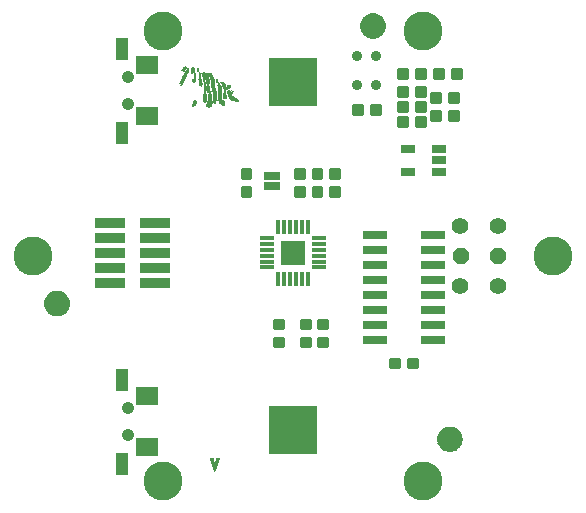
<source format=gts>
G75*
%MOIN*%
%OFA0B0*%
%FSLAX24Y24*%
%IPPOS*%
%LPD*%
%AMOC8*
5,1,8,0,0,1.08239X$1,22.5*
%
%ADD10R,0.0158X0.0512*%
%ADD11R,0.0512X0.0158*%
%ADD12R,0.0512X0.0160*%
%ADD13R,0.0840X0.0840*%
%ADD14C,0.0000*%
%ADD15C,0.0001*%
%ADD16R,0.1024X0.0335*%
%ADD17C,0.0098*%
%ADD18R,0.0512X0.0257*%
%ADD19C,0.0355*%
%ADD20R,0.0740X0.0590*%
%ADD21R,0.0440X0.0740*%
%ADD22C,0.0414*%
%ADD23C,0.1300*%
%ADD24R,0.0820X0.0260*%
%ADD25R,0.1615X0.1615*%
%ADD26R,0.0540X0.0290*%
%ADD27OC8,0.0560*%
%ADD28C,0.0560*%
%ADD29C,0.0050*%
%ADD30R,0.0099X0.0025*%
%ADD31R,0.0150X0.0025*%
%ADD32R,0.0076X0.0025*%
%ADD33R,0.0176X0.0025*%
%ADD34R,0.0101X0.0025*%
%ADD35R,0.0100X0.0025*%
%ADD36R,0.0125X0.0025*%
%ADD37R,0.0151X0.0025*%
%ADD38R,0.0175X0.0025*%
%ADD39R,0.0050X0.0025*%
%ADD40R,0.0201X0.0025*%
%ADD41R,0.0124X0.0025*%
%ADD42R,0.0074X0.0025*%
%ADD43R,0.0226X0.0025*%
%ADD44R,0.0199X0.0025*%
%ADD45R,0.0249X0.0025*%
%ADD46R,0.0275X0.0025*%
%ADD47R,0.0149X0.0025*%
%ADD48R,0.0126X0.0025*%
%ADD49R,0.0075X0.0025*%
%ADD50R,0.0025X0.0025*%
%ADD51R,0.0026X0.0025*%
%ADD52R,0.0049X0.0025*%
%ADD53R,0.0051X0.0025*%
%ADD54R,0.0024X0.0025*%
D10*
X009441Y009413D03*
X009631Y009413D03*
X009831Y009413D03*
X010031Y009413D03*
X010231Y009413D03*
X010421Y009413D03*
X010421Y011145D03*
X010231Y011145D03*
X010031Y011145D03*
X009831Y011145D03*
X009631Y011145D03*
X009441Y011145D03*
D11*
X009065Y010769D03*
X009065Y010579D03*
X009065Y010379D03*
X009065Y010179D03*
X010797Y010179D03*
X010797Y009979D03*
X010797Y009789D03*
X010797Y010379D03*
X010797Y010579D03*
X010797Y010769D03*
D12*
X009065Y009979D03*
X009065Y009789D03*
D13*
X009931Y010279D03*
D14*
X007454Y003424D02*
X007376Y003194D01*
X007328Y003060D01*
X007313Y003016D01*
X007308Y003004D01*
X007307Y003001D01*
X007307Y003000D01*
X007307Y003000D01*
X007307Y003000D01*
X007307Y003000D01*
X007307Y003000D01*
X007307Y003000D01*
X007307Y003000D01*
X007307Y003001D01*
X007305Y003004D01*
X007301Y003016D01*
X007286Y003059D01*
X007239Y003193D01*
X007160Y003424D01*
X007249Y003426D01*
X007254Y003399D01*
X007261Y003366D01*
X007281Y003294D01*
X007299Y003233D01*
X007305Y003214D01*
X007306Y003209D01*
X007307Y003208D01*
X007307Y003207D01*
X007307Y003207D01*
X007307Y003207D01*
X007307Y003207D01*
X007307Y003207D01*
X007307Y003207D01*
X007307Y003207D01*
X007307Y003208D01*
X007307Y003209D01*
X007309Y003214D01*
X007315Y003233D01*
X007333Y003294D01*
X007353Y003366D01*
X007360Y003399D01*
X007365Y003426D01*
X007454Y003424D01*
D15*
X007364Y003424D01*
X007365Y003425D02*
X007427Y003425D01*
X007451Y003417D02*
X007363Y003417D01*
X007363Y003418D02*
X007452Y003418D01*
X007452Y003419D02*
X007364Y003419D01*
X007364Y003420D02*
X007452Y003420D01*
X007453Y003421D02*
X007364Y003421D01*
X007364Y003422D02*
X007453Y003422D01*
X007453Y003423D02*
X007364Y003423D01*
X007363Y003416D02*
X007451Y003416D01*
X007451Y003415D02*
X007363Y003415D01*
X007363Y003414D02*
X007450Y003414D01*
X007450Y003413D02*
X007363Y003413D01*
X007362Y003412D02*
X007450Y003412D01*
X007449Y003411D02*
X007362Y003411D01*
X007362Y003410D02*
X007449Y003410D01*
X007449Y003409D02*
X007362Y003409D01*
X007362Y003408D02*
X007448Y003408D01*
X007448Y003407D02*
X007362Y003407D01*
X007361Y003406D02*
X007448Y003406D01*
X007447Y003405D02*
X007361Y003405D01*
X007361Y003404D02*
X007447Y003404D01*
X007447Y003403D02*
X007361Y003403D01*
X007361Y003402D02*
X007446Y003402D01*
X007446Y003401D02*
X007361Y003401D01*
X007360Y003400D02*
X007446Y003400D01*
X007445Y003399D02*
X007360Y003399D01*
X007360Y003398D02*
X007445Y003398D01*
X007445Y003397D02*
X007360Y003397D01*
X007359Y003396D02*
X007444Y003396D01*
X007444Y003395D02*
X007359Y003395D01*
X007359Y003394D02*
X007444Y003394D01*
X007443Y003393D02*
X007359Y003393D01*
X007359Y003392D02*
X007443Y003392D01*
X007443Y003391D02*
X007358Y003391D01*
X007358Y003390D02*
X007442Y003390D01*
X007442Y003389D02*
X007358Y003389D01*
X007358Y003388D02*
X007442Y003388D01*
X007441Y003387D02*
X007357Y003387D01*
X007357Y003386D02*
X007441Y003386D01*
X007441Y003385D02*
X007357Y003385D01*
X007357Y003384D02*
X007440Y003384D01*
X007440Y003383D02*
X007357Y003383D01*
X007356Y003382D02*
X007440Y003382D01*
X007439Y003381D02*
X007356Y003381D01*
X007356Y003380D02*
X007439Y003380D01*
X007439Y003379D02*
X007356Y003379D01*
X007355Y003378D02*
X007438Y003378D01*
X007438Y003377D02*
X007355Y003377D01*
X007355Y003376D02*
X007438Y003376D01*
X007437Y003375D02*
X007355Y003375D01*
X007354Y003374D02*
X007437Y003374D01*
X007436Y003373D02*
X007354Y003373D01*
X007354Y003372D02*
X007436Y003372D01*
X007436Y003371D02*
X007354Y003371D01*
X007354Y003370D02*
X007435Y003370D01*
X007435Y003369D02*
X007353Y003369D01*
X007353Y003368D02*
X007435Y003368D01*
X007434Y003367D02*
X007353Y003367D01*
X007353Y003366D02*
X007434Y003366D01*
X007434Y003365D02*
X007352Y003365D01*
X007352Y003364D02*
X007433Y003364D01*
X007433Y003363D02*
X007352Y003363D01*
X007352Y003362D02*
X007433Y003362D01*
X007432Y003361D02*
X007351Y003361D01*
X007351Y003360D02*
X007432Y003360D01*
X007432Y003359D02*
X007351Y003359D01*
X007350Y003358D02*
X007431Y003358D01*
X007431Y003357D02*
X007350Y003357D01*
X007350Y003356D02*
X007431Y003356D01*
X007430Y003355D02*
X007350Y003355D01*
X007349Y003354D02*
X007430Y003354D01*
X007430Y003353D02*
X007349Y003353D01*
X007349Y003352D02*
X007429Y003352D01*
X007429Y003351D02*
X007349Y003351D01*
X007348Y003350D02*
X007429Y003350D01*
X007428Y003349D02*
X007348Y003349D01*
X007348Y003348D02*
X007428Y003348D01*
X007428Y003347D02*
X007348Y003347D01*
X007347Y003346D02*
X007427Y003346D01*
X007427Y003345D02*
X007347Y003345D01*
X007347Y003344D02*
X007427Y003344D01*
X007426Y003343D02*
X007346Y003343D01*
X007346Y003342D02*
X007426Y003342D01*
X007426Y003341D02*
X007346Y003341D01*
X007346Y003340D02*
X007425Y003340D01*
X007425Y003339D02*
X007345Y003339D01*
X007345Y003338D02*
X007425Y003338D01*
X007424Y003337D02*
X007345Y003337D01*
X007345Y003336D02*
X007424Y003336D01*
X007424Y003335D02*
X007344Y003335D01*
X007344Y003334D02*
X007423Y003334D01*
X007423Y003333D02*
X007344Y003333D01*
X007343Y003332D02*
X007423Y003332D01*
X007422Y003331D02*
X007343Y003331D01*
X007343Y003330D02*
X007422Y003330D01*
X007422Y003329D02*
X007343Y003329D01*
X007342Y003328D02*
X007421Y003328D01*
X007421Y003327D02*
X007342Y003327D01*
X007342Y003326D02*
X007421Y003326D01*
X007420Y003325D02*
X007342Y003325D01*
X007341Y003324D02*
X007420Y003324D01*
X007419Y003323D02*
X007341Y003323D01*
X007341Y003322D02*
X007419Y003322D01*
X007419Y003321D02*
X007340Y003321D01*
X007340Y003320D02*
X007418Y003320D01*
X007418Y003319D02*
X007340Y003319D01*
X007340Y003318D02*
X007418Y003318D01*
X007417Y003317D02*
X007339Y003317D01*
X007339Y003316D02*
X007417Y003316D01*
X007417Y003315D02*
X007339Y003315D01*
X007339Y003314D02*
X007416Y003314D01*
X007416Y003313D02*
X007338Y003313D01*
X007338Y003312D02*
X007416Y003312D01*
X007415Y003311D02*
X007338Y003311D01*
X007338Y003310D02*
X007415Y003310D01*
X007415Y003309D02*
X007337Y003309D01*
X007337Y003308D02*
X007414Y003308D01*
X007414Y003307D02*
X007337Y003307D01*
X007336Y003306D02*
X007414Y003306D01*
X007413Y003305D02*
X007336Y003305D01*
X007336Y003304D02*
X007413Y003304D01*
X007413Y003303D02*
X007336Y003303D01*
X007335Y003302D02*
X007412Y003302D01*
X007412Y003301D02*
X007335Y003301D01*
X007335Y003300D02*
X007412Y003300D01*
X007411Y003299D02*
X007335Y003299D01*
X007334Y003298D02*
X007411Y003298D01*
X007411Y003297D02*
X007334Y003297D01*
X007334Y003296D02*
X007410Y003296D01*
X007410Y003295D02*
X007333Y003295D01*
X007333Y003294D02*
X007410Y003294D01*
X007409Y003293D02*
X007333Y003293D01*
X007333Y003292D02*
X007409Y003292D01*
X007409Y003291D02*
X007332Y003291D01*
X007332Y003290D02*
X007408Y003290D01*
X007408Y003289D02*
X007332Y003289D01*
X007331Y003288D02*
X007408Y003288D01*
X007407Y003287D02*
X007331Y003287D01*
X007331Y003286D02*
X007407Y003286D01*
X007407Y003285D02*
X007330Y003285D01*
X007330Y003284D02*
X007406Y003284D01*
X007406Y003283D02*
X007330Y003283D01*
X007330Y003282D02*
X007406Y003282D01*
X007405Y003281D02*
X007329Y003281D01*
X007329Y003280D02*
X007405Y003280D01*
X007405Y003279D02*
X007329Y003279D01*
X007328Y003278D02*
X007404Y003278D01*
X007404Y003277D02*
X007328Y003277D01*
X007328Y003276D02*
X007404Y003276D01*
X007403Y003275D02*
X007328Y003275D01*
X007327Y003274D02*
X007403Y003274D01*
X007402Y003273D02*
X007327Y003273D01*
X007327Y003272D02*
X007402Y003272D01*
X007402Y003271D02*
X007326Y003271D01*
X007326Y003270D02*
X007401Y003270D01*
X007401Y003269D02*
X007326Y003269D01*
X007325Y003268D02*
X007401Y003268D01*
X007400Y003267D02*
X007325Y003267D01*
X007325Y003266D02*
X007400Y003266D01*
X007400Y003265D02*
X007325Y003265D01*
X007324Y003264D02*
X007399Y003264D01*
X007399Y003263D02*
X007324Y003263D01*
X007324Y003262D02*
X007399Y003262D01*
X007398Y003261D02*
X007323Y003261D01*
X007323Y003260D02*
X007398Y003260D01*
X007398Y003259D02*
X007323Y003259D01*
X007322Y003258D02*
X007397Y003258D01*
X007397Y003257D02*
X007322Y003257D01*
X007322Y003256D02*
X007397Y003256D01*
X007396Y003255D02*
X007322Y003255D01*
X007321Y003254D02*
X007396Y003254D01*
X007396Y003253D02*
X007321Y003253D01*
X007321Y003252D02*
X007395Y003252D01*
X007395Y003251D02*
X007320Y003251D01*
X007320Y003250D02*
X007395Y003250D01*
X007394Y003249D02*
X007320Y003249D01*
X007319Y003248D02*
X007394Y003248D01*
X007394Y003247D02*
X007319Y003247D01*
X007319Y003246D02*
X007393Y003246D01*
X007393Y003245D02*
X007319Y003245D01*
X007318Y003244D02*
X007393Y003244D01*
X007392Y003243D02*
X007318Y003243D01*
X007318Y003242D02*
X007392Y003242D01*
X007392Y003241D02*
X007317Y003241D01*
X007317Y003240D02*
X007391Y003240D01*
X007391Y003239D02*
X007317Y003239D01*
X007316Y003238D02*
X007391Y003238D01*
X007390Y003237D02*
X007316Y003237D01*
X007316Y003236D02*
X007390Y003236D01*
X007390Y003235D02*
X007316Y003235D01*
X007315Y003234D02*
X007389Y003234D01*
X007389Y003233D02*
X007315Y003233D01*
X007315Y003232D02*
X007389Y003232D01*
X007388Y003231D02*
X007314Y003231D01*
X007314Y003230D02*
X007388Y003230D01*
X007388Y003229D02*
X007314Y003229D01*
X007313Y003228D02*
X007387Y003228D01*
X007387Y003227D02*
X007313Y003227D01*
X007313Y003226D02*
X007387Y003226D01*
X007386Y003225D02*
X007312Y003225D01*
X007312Y003224D02*
X007386Y003224D01*
X007385Y003223D02*
X007312Y003223D01*
X007312Y003222D02*
X007385Y003222D01*
X007385Y003221D02*
X007311Y003221D01*
X007311Y003220D02*
X007384Y003220D01*
X007384Y003219D02*
X007311Y003219D01*
X007310Y003218D02*
X007384Y003218D01*
X007383Y003217D02*
X007310Y003217D01*
X007310Y003216D02*
X007383Y003216D01*
X007383Y003215D02*
X007309Y003215D01*
X007309Y003214D02*
X007382Y003214D01*
X007382Y003213D02*
X007309Y003213D01*
X007308Y003212D02*
X007382Y003212D01*
X007381Y003211D02*
X007308Y003211D01*
X007308Y003210D02*
X007381Y003210D01*
X007381Y003209D02*
X007307Y003209D01*
X007306Y003209D02*
X007233Y003209D01*
X007233Y003208D02*
X007307Y003208D01*
X007380Y003208D01*
X007380Y003207D02*
X007234Y003207D01*
X007234Y003206D02*
X007380Y003206D01*
X007379Y003205D02*
X007234Y003205D01*
X007235Y003204D02*
X007379Y003204D01*
X007379Y003203D02*
X007235Y003203D01*
X007235Y003202D02*
X007378Y003202D01*
X007378Y003201D02*
X007236Y003201D01*
X007236Y003200D02*
X007378Y003200D01*
X007377Y003199D02*
X007236Y003199D01*
X007237Y003198D02*
X007377Y003198D01*
X007377Y003197D02*
X007237Y003197D01*
X007237Y003196D02*
X007376Y003196D01*
X007376Y003195D02*
X007238Y003195D01*
X007238Y003194D02*
X007376Y003194D01*
X007375Y003193D02*
X007238Y003193D01*
X007239Y003192D02*
X007375Y003192D01*
X007375Y003191D02*
X007239Y003191D01*
X007239Y003190D02*
X007374Y003190D01*
X007374Y003189D02*
X007240Y003189D01*
X007240Y003188D02*
X007374Y003188D01*
X007373Y003187D02*
X007241Y003187D01*
X007241Y003186D02*
X007373Y003186D01*
X007372Y003185D02*
X007241Y003185D01*
X007242Y003184D02*
X007372Y003184D01*
X007372Y003183D02*
X007242Y003183D01*
X007242Y003182D02*
X007371Y003182D01*
X007371Y003181D02*
X007243Y003181D01*
X007243Y003180D02*
X007371Y003180D01*
X007370Y003179D02*
X007243Y003179D01*
X007244Y003178D02*
X007370Y003178D01*
X007370Y003177D02*
X007244Y003177D01*
X007244Y003176D02*
X007369Y003176D01*
X007369Y003175D02*
X007245Y003175D01*
X007245Y003174D02*
X007369Y003174D01*
X007368Y003173D02*
X007246Y003173D01*
X007246Y003172D02*
X007368Y003172D01*
X007367Y003171D02*
X007246Y003171D01*
X007247Y003170D02*
X007367Y003170D01*
X007367Y003169D02*
X007247Y003169D01*
X007247Y003168D02*
X007366Y003168D01*
X007366Y003167D02*
X007248Y003167D01*
X007248Y003166D02*
X007366Y003166D01*
X007365Y003165D02*
X007248Y003165D01*
X007249Y003164D02*
X007365Y003164D01*
X007365Y003163D02*
X007249Y003163D01*
X007249Y003162D02*
X007364Y003162D01*
X007364Y003161D02*
X007250Y003161D01*
X007250Y003160D02*
X007364Y003160D01*
X007363Y003159D02*
X007250Y003159D01*
X007251Y003158D02*
X007363Y003158D01*
X007363Y003157D02*
X007251Y003157D01*
X007252Y003156D02*
X007362Y003156D01*
X007362Y003155D02*
X007252Y003155D01*
X007252Y003154D02*
X007361Y003154D01*
X007361Y003153D02*
X007253Y003153D01*
X007253Y003152D02*
X007361Y003152D01*
X007360Y003151D02*
X007253Y003151D01*
X007254Y003150D02*
X007360Y003150D01*
X007360Y003149D02*
X007254Y003149D01*
X007254Y003148D02*
X007359Y003148D01*
X007359Y003147D02*
X007255Y003147D01*
X007255Y003146D02*
X007359Y003146D01*
X007358Y003145D02*
X007255Y003145D01*
X007256Y003144D02*
X007358Y003144D01*
X007358Y003143D02*
X007256Y003143D01*
X007256Y003142D02*
X007357Y003142D01*
X007357Y003141D02*
X007257Y003141D01*
X007257Y003140D02*
X007357Y003140D01*
X007356Y003139D02*
X007258Y003139D01*
X007258Y003138D02*
X007356Y003138D01*
X007355Y003137D02*
X007258Y003137D01*
X007259Y003136D02*
X007355Y003136D01*
X007355Y003135D02*
X007259Y003135D01*
X007259Y003134D02*
X007354Y003134D01*
X007354Y003133D02*
X007260Y003133D01*
X007260Y003132D02*
X007354Y003132D01*
X007353Y003131D02*
X007260Y003131D01*
X007261Y003130D02*
X007353Y003130D01*
X007353Y003129D02*
X007261Y003129D01*
X007261Y003128D02*
X007352Y003128D01*
X007352Y003127D02*
X007262Y003127D01*
X007262Y003126D02*
X007352Y003126D01*
X007351Y003125D02*
X007263Y003125D01*
X007263Y003124D02*
X007351Y003124D01*
X007351Y003123D02*
X007263Y003123D01*
X007264Y003122D02*
X007350Y003122D01*
X007350Y003121D02*
X007264Y003121D01*
X007264Y003120D02*
X007349Y003120D01*
X007349Y003119D02*
X007265Y003119D01*
X007265Y003118D02*
X007349Y003118D01*
X007348Y003117D02*
X007265Y003117D01*
X007266Y003116D02*
X007348Y003116D01*
X007348Y003115D02*
X007266Y003115D01*
X007266Y003114D02*
X007347Y003114D01*
X007347Y003113D02*
X007267Y003113D01*
X007267Y003112D02*
X007347Y003112D01*
X007346Y003111D02*
X007267Y003111D01*
X007268Y003110D02*
X007346Y003110D01*
X007346Y003109D02*
X007268Y003109D01*
X007269Y003108D02*
X007345Y003108D01*
X007345Y003107D02*
X007269Y003107D01*
X007269Y003106D02*
X007345Y003106D01*
X007344Y003105D02*
X007270Y003105D01*
X007270Y003104D02*
X007344Y003104D01*
X007343Y003103D02*
X007270Y003103D01*
X007271Y003102D02*
X007343Y003102D01*
X007343Y003101D02*
X007271Y003101D01*
X007271Y003100D02*
X007342Y003100D01*
X007342Y003099D02*
X007272Y003099D01*
X007272Y003098D02*
X007342Y003098D01*
X007341Y003097D02*
X007272Y003097D01*
X007273Y003096D02*
X007341Y003096D01*
X007341Y003095D02*
X007273Y003095D01*
X007273Y003094D02*
X007340Y003094D01*
X007340Y003093D02*
X007274Y003093D01*
X007274Y003092D02*
X007340Y003092D01*
X007339Y003091D02*
X007275Y003091D01*
X007275Y003090D02*
X007339Y003090D01*
X007339Y003089D02*
X007275Y003089D01*
X007276Y003088D02*
X007338Y003088D01*
X007338Y003087D02*
X007276Y003087D01*
X007276Y003086D02*
X007337Y003086D01*
X007337Y003085D02*
X007277Y003085D01*
X007277Y003084D02*
X007337Y003084D01*
X007336Y003083D02*
X007277Y003083D01*
X007278Y003082D02*
X007336Y003082D01*
X007336Y003081D02*
X007278Y003081D01*
X007278Y003080D02*
X007335Y003080D01*
X007335Y003079D02*
X007279Y003079D01*
X007279Y003078D02*
X007335Y003078D01*
X007334Y003077D02*
X007279Y003077D01*
X007280Y003076D02*
X007334Y003076D01*
X007334Y003075D02*
X007280Y003075D01*
X007281Y003074D02*
X007333Y003074D01*
X007333Y003073D02*
X007281Y003073D01*
X007281Y003072D02*
X007333Y003072D01*
X007332Y003071D02*
X007282Y003071D01*
X007282Y003070D02*
X007332Y003070D01*
X007331Y003069D02*
X007282Y003069D01*
X007283Y003068D02*
X007331Y003068D01*
X007331Y003067D02*
X007283Y003067D01*
X007283Y003066D02*
X007330Y003066D01*
X007330Y003065D02*
X007284Y003065D01*
X007284Y003064D02*
X007330Y003064D01*
X007329Y003063D02*
X007284Y003063D01*
X007285Y003062D02*
X007329Y003062D01*
X007329Y003061D02*
X007285Y003061D01*
X007286Y003060D02*
X007328Y003060D01*
X007328Y003059D02*
X007286Y003059D01*
X007286Y003058D02*
X007328Y003058D01*
X007327Y003057D02*
X007287Y003057D01*
X007287Y003056D02*
X007327Y003056D01*
X007326Y003055D02*
X007287Y003055D01*
X007288Y003054D02*
X007326Y003054D01*
X007326Y003053D02*
X007288Y003053D01*
X007288Y003052D02*
X007325Y003052D01*
X007325Y003051D02*
X007289Y003051D01*
X007289Y003050D02*
X007325Y003050D01*
X007324Y003049D02*
X007289Y003049D01*
X007290Y003048D02*
X007324Y003048D01*
X007324Y003047D02*
X007290Y003047D01*
X007290Y003046D02*
X007323Y003046D01*
X007323Y003045D02*
X007291Y003045D01*
X007291Y003044D02*
X007323Y003044D01*
X007322Y003043D02*
X007292Y003043D01*
X007292Y003042D02*
X007322Y003042D01*
X007322Y003041D02*
X007292Y003041D01*
X007293Y003040D02*
X007321Y003040D01*
X007321Y003039D02*
X007293Y003039D01*
X007293Y003038D02*
X007320Y003038D01*
X007320Y003037D02*
X007294Y003037D01*
X007294Y003036D02*
X007320Y003036D01*
X007319Y003035D02*
X007294Y003035D01*
X007295Y003034D02*
X007319Y003034D01*
X007319Y003033D02*
X007295Y003033D01*
X007295Y003032D02*
X007318Y003032D01*
X007318Y003031D02*
X007296Y003031D01*
X007296Y003030D02*
X007318Y003030D01*
X007317Y003029D02*
X007297Y003029D01*
X007297Y003028D02*
X007317Y003028D01*
X007317Y003027D02*
X007297Y003027D01*
X007298Y003026D02*
X007316Y003026D01*
X007316Y003025D02*
X007298Y003025D01*
X007298Y003024D02*
X007315Y003024D01*
X007315Y003023D02*
X007299Y003023D01*
X007299Y003022D02*
X007315Y003022D01*
X007314Y003021D02*
X007299Y003021D01*
X007300Y003020D02*
X007314Y003020D01*
X007314Y003019D02*
X007300Y003019D01*
X007300Y003018D02*
X007313Y003018D01*
X007313Y003017D02*
X007301Y003017D01*
X007301Y003016D02*
X007313Y003016D01*
X007312Y003015D02*
X007302Y003015D01*
X007302Y003014D02*
X007312Y003014D01*
X007312Y003013D02*
X007302Y003013D01*
X007303Y003012D02*
X007311Y003012D01*
X007311Y003011D02*
X007303Y003011D01*
X007303Y003010D02*
X007310Y003010D01*
X007310Y003009D02*
X007304Y003009D01*
X007304Y003008D02*
X007310Y003008D01*
X007309Y003007D02*
X007304Y003007D01*
X007305Y003006D02*
X007309Y003006D01*
X007309Y003005D02*
X007305Y003005D01*
X007305Y003004D02*
X007308Y003004D01*
X007308Y003003D02*
X007306Y003003D01*
X007306Y003002D02*
X007308Y003002D01*
X007307Y003001D02*
X007307Y003001D01*
X007307Y003000D02*
X007307Y003000D01*
X007306Y003210D02*
X007233Y003210D01*
X007232Y003211D02*
X007306Y003211D01*
X007305Y003212D02*
X007232Y003212D01*
X007232Y003213D02*
X007305Y003213D01*
X007305Y003214D02*
X007231Y003214D01*
X007231Y003215D02*
X007304Y003215D01*
X007304Y003216D02*
X007231Y003216D01*
X007230Y003217D02*
X007304Y003217D01*
X007304Y003218D02*
X007230Y003218D01*
X007230Y003219D02*
X007303Y003219D01*
X007303Y003220D02*
X007229Y003220D01*
X007229Y003221D02*
X007303Y003221D01*
X007302Y003222D02*
X007229Y003222D01*
X007228Y003223D02*
X007302Y003223D01*
X007302Y003224D02*
X007228Y003224D01*
X007228Y003225D02*
X007301Y003225D01*
X007301Y003226D02*
X007227Y003226D01*
X007227Y003227D02*
X007301Y003227D01*
X007300Y003228D02*
X007227Y003228D01*
X007226Y003229D02*
X007300Y003229D01*
X007300Y003230D02*
X007226Y003230D01*
X007226Y003231D02*
X007299Y003231D01*
X007299Y003232D02*
X007225Y003232D01*
X007225Y003233D02*
X007299Y003233D01*
X007299Y003234D02*
X007225Y003234D01*
X007224Y003235D02*
X007298Y003235D01*
X007298Y003236D02*
X007224Y003236D01*
X007223Y003237D02*
X007298Y003237D01*
X007297Y003238D02*
X007223Y003238D01*
X007223Y003239D02*
X007297Y003239D01*
X007297Y003240D02*
X007222Y003240D01*
X007222Y003241D02*
X007296Y003241D01*
X007296Y003242D02*
X007222Y003242D01*
X007221Y003243D02*
X007296Y003243D01*
X007296Y003244D02*
X007221Y003244D01*
X007221Y003245D02*
X007295Y003245D01*
X007295Y003246D02*
X007220Y003246D01*
X007220Y003247D02*
X007295Y003247D01*
X007294Y003248D02*
X007220Y003248D01*
X007219Y003249D02*
X007294Y003249D01*
X007294Y003250D02*
X007219Y003250D01*
X007219Y003251D02*
X007293Y003251D01*
X007293Y003252D02*
X007218Y003252D01*
X007218Y003253D02*
X007293Y003253D01*
X007293Y003254D02*
X007218Y003254D01*
X007217Y003255D02*
X007292Y003255D01*
X007292Y003256D02*
X007217Y003256D01*
X007217Y003257D02*
X007292Y003257D01*
X007291Y003258D02*
X007216Y003258D01*
X007216Y003259D02*
X007291Y003259D01*
X007291Y003260D02*
X007216Y003260D01*
X007215Y003261D02*
X007290Y003261D01*
X007290Y003262D02*
X007215Y003262D01*
X007215Y003263D02*
X007290Y003263D01*
X007290Y003264D02*
X007214Y003264D01*
X007214Y003265D02*
X007289Y003265D01*
X007289Y003266D02*
X007214Y003266D01*
X007213Y003267D02*
X007289Y003267D01*
X007288Y003268D02*
X007213Y003268D01*
X007213Y003269D02*
X007288Y003269D01*
X007288Y003270D02*
X007212Y003270D01*
X007212Y003271D02*
X007288Y003271D01*
X007287Y003272D02*
X007212Y003272D01*
X007211Y003273D02*
X007287Y003273D01*
X007287Y003274D02*
X007211Y003274D01*
X007211Y003275D02*
X007286Y003275D01*
X007286Y003276D02*
X007210Y003276D01*
X007210Y003277D02*
X007286Y003277D01*
X007285Y003278D02*
X007210Y003278D01*
X007209Y003279D02*
X007285Y003279D01*
X007285Y003280D02*
X007209Y003280D01*
X007209Y003281D02*
X007285Y003281D01*
X007284Y003282D02*
X007208Y003282D01*
X007208Y003283D02*
X007284Y003283D01*
X007284Y003284D02*
X007208Y003284D01*
X007207Y003285D02*
X007283Y003285D01*
X007283Y003286D02*
X007207Y003286D01*
X007207Y003287D02*
X007283Y003287D01*
X007282Y003288D02*
X007206Y003288D01*
X007206Y003289D02*
X007282Y003289D01*
X007282Y003290D02*
X007205Y003290D01*
X007205Y003291D02*
X007282Y003291D01*
X007281Y003292D02*
X007205Y003292D01*
X007204Y003293D02*
X007281Y003293D01*
X007281Y003294D02*
X007204Y003294D01*
X007204Y003295D02*
X007280Y003295D01*
X007280Y003296D02*
X007203Y003296D01*
X007203Y003297D02*
X007280Y003297D01*
X007280Y003298D02*
X007203Y003298D01*
X007202Y003299D02*
X007279Y003299D01*
X007279Y003300D02*
X007202Y003300D01*
X007202Y003301D02*
X007279Y003301D01*
X007278Y003302D02*
X007201Y003302D01*
X007201Y003303D02*
X007278Y003303D01*
X007278Y003304D02*
X007201Y003304D01*
X007200Y003305D02*
X007278Y003305D01*
X007277Y003306D02*
X007200Y003306D01*
X007200Y003307D02*
X007277Y003307D01*
X007277Y003308D02*
X007199Y003308D01*
X007199Y003309D02*
X007277Y003309D01*
X007276Y003310D02*
X007199Y003310D01*
X007198Y003311D02*
X007276Y003311D01*
X007276Y003312D02*
X007198Y003312D01*
X007198Y003313D02*
X007275Y003313D01*
X007275Y003314D02*
X007197Y003314D01*
X007197Y003315D02*
X007275Y003315D01*
X007275Y003316D02*
X007197Y003316D01*
X007196Y003317D02*
X007274Y003317D01*
X007274Y003318D02*
X007196Y003318D01*
X007196Y003319D02*
X007274Y003319D01*
X007274Y003320D02*
X007195Y003320D01*
X007195Y003321D02*
X007273Y003321D01*
X007273Y003322D02*
X007195Y003322D01*
X007194Y003323D02*
X007273Y003323D01*
X007273Y003324D02*
X007194Y003324D01*
X007194Y003325D02*
X007272Y003325D01*
X007272Y003326D02*
X007193Y003326D01*
X007193Y003327D02*
X007272Y003327D01*
X007271Y003328D02*
X007193Y003328D01*
X007192Y003329D02*
X007271Y003329D01*
X007271Y003330D02*
X007192Y003330D01*
X007192Y003331D02*
X007271Y003331D01*
X007270Y003332D02*
X007191Y003332D01*
X007191Y003333D02*
X007270Y003333D01*
X007270Y003334D02*
X007191Y003334D01*
X007190Y003335D02*
X007270Y003335D01*
X007269Y003336D02*
X007190Y003336D01*
X007190Y003337D02*
X007269Y003337D01*
X007269Y003338D02*
X007189Y003338D01*
X007189Y003339D02*
X007268Y003339D01*
X007268Y003340D02*
X007189Y003340D01*
X007188Y003341D02*
X007268Y003341D01*
X007268Y003342D02*
X007188Y003342D01*
X007187Y003343D02*
X007267Y003343D01*
X007267Y003344D02*
X007187Y003344D01*
X007187Y003345D02*
X007267Y003345D01*
X007267Y003346D02*
X007186Y003346D01*
X007186Y003347D02*
X007266Y003347D01*
X007266Y003348D02*
X007186Y003348D01*
X007185Y003349D02*
X007266Y003349D01*
X007265Y003350D02*
X007185Y003350D01*
X007185Y003351D02*
X007265Y003351D01*
X007265Y003352D02*
X007184Y003352D01*
X007184Y003353D02*
X007265Y003353D01*
X007264Y003354D02*
X007184Y003354D01*
X007183Y003355D02*
X007264Y003355D01*
X007264Y003356D02*
X007183Y003356D01*
X007183Y003357D02*
X007264Y003357D01*
X007263Y003358D02*
X007182Y003358D01*
X007182Y003359D02*
X007263Y003359D01*
X007263Y003360D02*
X007182Y003360D01*
X007181Y003361D02*
X007263Y003361D01*
X007262Y003362D02*
X007181Y003362D01*
X007181Y003363D02*
X007262Y003363D01*
X007262Y003364D02*
X007180Y003364D01*
X007180Y003365D02*
X007261Y003365D01*
X007261Y003366D02*
X007180Y003366D01*
X007179Y003367D02*
X007261Y003367D01*
X007261Y003368D02*
X007179Y003368D01*
X007179Y003369D02*
X007260Y003369D01*
X007260Y003370D02*
X007178Y003370D01*
X007178Y003371D02*
X007260Y003371D01*
X007260Y003372D02*
X007178Y003372D01*
X007177Y003373D02*
X007260Y003373D01*
X007259Y003374D02*
X007177Y003374D01*
X007177Y003375D02*
X007259Y003375D01*
X007259Y003376D02*
X007176Y003376D01*
X007176Y003377D02*
X007259Y003377D01*
X007258Y003378D02*
X007176Y003378D01*
X007175Y003379D02*
X007258Y003379D01*
X007258Y003380D02*
X007175Y003380D01*
X007175Y003381D02*
X007258Y003381D01*
X007258Y003382D02*
X007174Y003382D01*
X007174Y003383D02*
X007257Y003383D01*
X007257Y003384D02*
X007174Y003384D01*
X007173Y003385D02*
X007257Y003385D01*
X007257Y003386D02*
X007173Y003386D01*
X007173Y003387D02*
X007256Y003387D01*
X007256Y003388D02*
X007172Y003388D01*
X007172Y003389D02*
X007256Y003389D01*
X007256Y003390D02*
X007172Y003390D01*
X007171Y003391D02*
X007255Y003391D01*
X007255Y003392D02*
X007171Y003392D01*
X007170Y003393D02*
X007255Y003393D01*
X007255Y003394D02*
X007170Y003394D01*
X007170Y003395D02*
X007255Y003395D01*
X007254Y003396D02*
X007169Y003396D01*
X007169Y003397D02*
X007254Y003397D01*
X007254Y003398D02*
X007169Y003398D01*
X007168Y003399D02*
X007254Y003399D01*
X007253Y003400D02*
X007168Y003400D01*
X007168Y003401D02*
X007253Y003401D01*
X007253Y003402D02*
X007167Y003402D01*
X007167Y003403D02*
X007253Y003403D01*
X007253Y003404D02*
X007167Y003404D01*
X007166Y003405D02*
X007253Y003405D01*
X007252Y003406D02*
X007166Y003406D01*
X007166Y003407D02*
X007252Y003407D01*
X007252Y003408D02*
X007165Y003408D01*
X007165Y003409D02*
X007252Y003409D01*
X007252Y003410D02*
X007165Y003410D01*
X007164Y003411D02*
X007252Y003411D01*
X007251Y003412D02*
X007164Y003412D01*
X007164Y003413D02*
X007251Y003413D01*
X007251Y003414D02*
X007163Y003414D01*
X007163Y003415D02*
X007251Y003415D01*
X007251Y003416D02*
X007163Y003416D01*
X007162Y003417D02*
X007251Y003417D01*
X007250Y003418D02*
X007162Y003418D01*
X007162Y003419D02*
X007250Y003419D01*
X007250Y003420D02*
X007161Y003420D01*
X007161Y003421D02*
X007250Y003421D01*
X007250Y003422D02*
X007161Y003422D01*
X007160Y003423D02*
X007250Y003423D01*
X007249Y003424D02*
X007160Y003424D01*
X007187Y003425D02*
X007249Y003425D01*
D16*
X005317Y009261D03*
X005317Y009761D03*
X005317Y010261D03*
X005317Y010761D03*
X005317Y011261D03*
X003817Y011261D03*
X003817Y010761D03*
X003817Y010261D03*
X003817Y009761D03*
X003817Y009261D03*
D17*
X008222Y012177D02*
X008222Y012469D01*
X008514Y012469D01*
X008514Y012177D01*
X008222Y012177D01*
X008222Y012274D02*
X008514Y012274D01*
X008514Y012371D02*
X008222Y012371D01*
X008222Y012468D02*
X008514Y012468D01*
X008222Y012777D02*
X008222Y013069D01*
X008514Y013069D01*
X008514Y012777D01*
X008222Y012777D01*
X008222Y012874D02*
X008514Y012874D01*
X008514Y012971D02*
X008222Y012971D01*
X008222Y013068D02*
X008514Y013068D01*
X009993Y013069D02*
X009993Y012777D01*
X009993Y013069D02*
X010285Y013069D01*
X010285Y012777D01*
X009993Y012777D01*
X009993Y012874D02*
X010285Y012874D01*
X010285Y012971D02*
X009993Y012971D01*
X009993Y013068D02*
X010285Y013068D01*
X010584Y013069D02*
X010584Y012777D01*
X010584Y013069D02*
X010876Y013069D01*
X010876Y012777D01*
X010584Y012777D01*
X010584Y012874D02*
X010876Y012874D01*
X010876Y012971D02*
X010584Y012971D01*
X010584Y013068D02*
X010876Y013068D01*
X011174Y013069D02*
X011174Y012777D01*
X011174Y013069D02*
X011466Y013069D01*
X011466Y012777D01*
X011174Y012777D01*
X011174Y012874D02*
X011466Y012874D01*
X011466Y012971D02*
X011174Y012971D01*
X011174Y013068D02*
X011466Y013068D01*
X011174Y012469D02*
X011174Y012177D01*
X011174Y012469D02*
X011466Y012469D01*
X011466Y012177D01*
X011174Y012177D01*
X011174Y012274D02*
X011466Y012274D01*
X011466Y012371D02*
X011174Y012371D01*
X011174Y012468D02*
X011466Y012468D01*
X010584Y012469D02*
X010584Y012177D01*
X010584Y012469D02*
X010876Y012469D01*
X010876Y012177D01*
X010584Y012177D01*
X010584Y012274D02*
X010876Y012274D01*
X010876Y012371D02*
X010584Y012371D01*
X010584Y012468D02*
X010876Y012468D01*
X009993Y012469D02*
X009993Y012177D01*
X009993Y012469D02*
X010285Y012469D01*
X010285Y012177D01*
X009993Y012177D01*
X009993Y012274D02*
X010285Y012274D01*
X010285Y012371D02*
X009993Y012371D01*
X009993Y012468D02*
X010285Y012468D01*
X011937Y015195D02*
X012229Y015195D01*
X012229Y014903D01*
X011937Y014903D01*
X011937Y015195D01*
X011937Y015000D02*
X012229Y015000D01*
X012229Y015097D02*
X011937Y015097D01*
X011937Y015194D02*
X012229Y015194D01*
X012537Y015195D02*
X012829Y015195D01*
X012829Y014903D01*
X012537Y014903D01*
X012537Y015195D01*
X012537Y015000D02*
X012829Y015000D01*
X012829Y015097D02*
X012537Y015097D01*
X012537Y015194D02*
X012829Y015194D01*
X013437Y015003D02*
X013729Y015003D01*
X013437Y015003D02*
X013437Y015295D01*
X013729Y015295D01*
X013729Y015003D01*
X013729Y015100D02*
X013437Y015100D01*
X013437Y015197D02*
X013729Y015197D01*
X013729Y015294D02*
X013437Y015294D01*
X013437Y015795D02*
X013729Y015795D01*
X013729Y015503D01*
X013437Y015503D01*
X013437Y015795D01*
X013437Y015600D02*
X013729Y015600D01*
X013729Y015697D02*
X013437Y015697D01*
X013437Y015794D02*
X013729Y015794D01*
X014037Y015795D02*
X014329Y015795D01*
X014329Y015503D01*
X014037Y015503D01*
X014037Y015795D01*
X014037Y015600D02*
X014329Y015600D01*
X014329Y015697D02*
X014037Y015697D01*
X014037Y015794D02*
X014329Y015794D01*
X014329Y016103D02*
X014037Y016103D01*
X014037Y016395D01*
X014329Y016395D01*
X014329Y016103D01*
X014329Y016200D02*
X014037Y016200D01*
X014037Y016297D02*
X014329Y016297D01*
X014329Y016394D02*
X014037Y016394D01*
X013729Y016103D02*
X013437Y016103D01*
X013437Y016395D01*
X013729Y016395D01*
X013729Y016103D01*
X013729Y016200D02*
X013437Y016200D01*
X013437Y016297D02*
X013729Y016297D01*
X013729Y016394D02*
X013437Y016394D01*
X014537Y015303D02*
X014829Y015303D01*
X014537Y015303D02*
X014537Y015595D01*
X014829Y015595D01*
X014829Y015303D01*
X014829Y015400D02*
X014537Y015400D01*
X014537Y015497D02*
X014829Y015497D01*
X014829Y015594D02*
X014537Y015594D01*
X014329Y015003D02*
X014037Y015003D01*
X014037Y015295D01*
X014329Y015295D01*
X014329Y015003D01*
X014329Y015100D02*
X014037Y015100D01*
X014037Y015197D02*
X014329Y015197D01*
X014329Y015294D02*
X014037Y015294D01*
X014037Y014795D02*
X014329Y014795D01*
X014329Y014503D01*
X014037Y014503D01*
X014037Y014795D01*
X014037Y014600D02*
X014329Y014600D01*
X014329Y014697D02*
X014037Y014697D01*
X014037Y014794D02*
X014329Y014794D01*
X014537Y014995D02*
X014829Y014995D01*
X014829Y014703D01*
X014537Y014703D01*
X014537Y014995D01*
X014537Y014800D02*
X014829Y014800D01*
X014829Y014897D02*
X014537Y014897D01*
X014537Y014994D02*
X014829Y014994D01*
X015137Y014995D02*
X015429Y014995D01*
X015429Y014703D01*
X015137Y014703D01*
X015137Y014995D01*
X015137Y014800D02*
X015429Y014800D01*
X015429Y014897D02*
X015137Y014897D01*
X015137Y014994D02*
X015429Y014994D01*
X015429Y015303D02*
X015137Y015303D01*
X015137Y015595D01*
X015429Y015595D01*
X015429Y015303D01*
X015429Y015400D02*
X015137Y015400D01*
X015137Y015497D02*
X015429Y015497D01*
X015429Y015594D02*
X015137Y015594D01*
X015237Y016395D02*
X015529Y016395D01*
X015529Y016103D01*
X015237Y016103D01*
X015237Y016395D01*
X015237Y016200D02*
X015529Y016200D01*
X015529Y016297D02*
X015237Y016297D01*
X015237Y016394D02*
X015529Y016394D01*
X014929Y016395D02*
X014637Y016395D01*
X014929Y016395D02*
X014929Y016103D01*
X014637Y016103D01*
X014637Y016395D01*
X014637Y016200D02*
X014929Y016200D01*
X014929Y016297D02*
X014637Y016297D01*
X014637Y016394D02*
X014929Y016394D01*
X013729Y014795D02*
X013437Y014795D01*
X013729Y014795D02*
X013729Y014503D01*
X013437Y014503D01*
X013437Y014795D01*
X013437Y014600D02*
X013729Y014600D01*
X013729Y014697D02*
X013437Y014697D01*
X013437Y014794D02*
X013729Y014794D01*
X011073Y008049D02*
X011073Y007757D01*
X010781Y007757D01*
X010781Y008049D01*
X011073Y008049D01*
X011073Y007854D02*
X010781Y007854D01*
X010781Y007951D02*
X011073Y007951D01*
X011073Y008048D02*
X010781Y008048D01*
X010482Y008049D02*
X010482Y007757D01*
X010190Y007757D01*
X010190Y008049D01*
X010482Y008049D01*
X010482Y007854D02*
X010190Y007854D01*
X010190Y007951D02*
X010482Y007951D01*
X010482Y008048D02*
X010190Y008048D01*
X010482Y007449D02*
X010482Y007157D01*
X010190Y007157D01*
X010190Y007449D01*
X010482Y007449D01*
X010482Y007254D02*
X010190Y007254D01*
X010190Y007351D02*
X010482Y007351D01*
X010482Y007448D02*
X010190Y007448D01*
X011073Y007449D02*
X011073Y007157D01*
X010781Y007157D01*
X010781Y007449D01*
X011073Y007449D01*
X011073Y007254D02*
X010781Y007254D01*
X010781Y007351D02*
X011073Y007351D01*
X011073Y007448D02*
X010781Y007448D01*
X009596Y007449D02*
X009596Y007157D01*
X009304Y007157D01*
X009304Y007449D01*
X009596Y007449D01*
X009596Y007254D02*
X009304Y007254D01*
X009304Y007351D02*
X009596Y007351D01*
X009596Y007448D02*
X009304Y007448D01*
X009596Y007757D02*
X009596Y008049D01*
X009596Y007757D02*
X009304Y007757D01*
X009304Y008049D01*
X009596Y008049D01*
X009596Y007854D02*
X009304Y007854D01*
X009304Y007951D02*
X009596Y007951D01*
X009596Y008048D02*
X009304Y008048D01*
X013170Y006456D02*
X013462Y006456D01*
X013170Y006456D02*
X013170Y006748D01*
X013462Y006748D01*
X013462Y006456D01*
X013462Y006553D02*
X013170Y006553D01*
X013170Y006650D02*
X013462Y006650D01*
X013462Y006747D02*
X013170Y006747D01*
X013770Y006456D02*
X014062Y006456D01*
X013770Y006456D02*
X013770Y006748D01*
X014062Y006748D01*
X014062Y006456D01*
X014062Y006553D02*
X013770Y006553D01*
X013770Y006650D02*
X014062Y006650D01*
X014062Y006747D02*
X013770Y006747D01*
D18*
X013761Y012981D03*
X013761Y013729D03*
X014785Y013729D03*
X014785Y013355D03*
X014785Y012981D03*
D19*
X012707Y015865D03*
X012058Y015865D03*
X012058Y016833D03*
X012707Y016833D03*
D20*
X005081Y016524D03*
X005081Y014824D03*
X005081Y005500D03*
X005081Y003800D03*
D21*
X004231Y003250D03*
X004231Y006050D03*
X004231Y014274D03*
X004231Y017074D03*
D22*
X004431Y016127D03*
X004431Y015221D03*
X004431Y005103D03*
X004431Y004198D03*
D23*
X005612Y002662D03*
X001281Y010162D03*
X005612Y017662D03*
X014273Y017662D03*
X018604Y010162D03*
X014273Y002662D03*
D24*
X014605Y007381D03*
X014605Y007881D03*
X014605Y008381D03*
X014605Y008881D03*
X014605Y009381D03*
X014605Y009881D03*
X014605Y010381D03*
X014605Y010881D03*
X012665Y010881D03*
X012665Y010381D03*
X012665Y009881D03*
X012665Y009381D03*
X012665Y008881D03*
X012665Y008381D03*
X012665Y007881D03*
X012665Y007381D03*
D25*
X009943Y004355D03*
X009943Y015969D03*
D26*
X009238Y012824D03*
X009238Y012500D03*
D27*
X015543Y010162D03*
X016773Y010162D03*
D28*
X016773Y009162D03*
X015513Y009162D03*
X015513Y011162D03*
X016773Y011162D03*
D29*
X012797Y017498D02*
X012735Y017469D01*
X012668Y017452D01*
X012600Y017446D01*
X012532Y017452D01*
X012465Y017469D01*
X012403Y017498D01*
X012347Y017538D01*
X012298Y017586D01*
X012259Y017642D01*
X012230Y017705D01*
X012212Y017771D01*
X012206Y017839D01*
X012212Y017908D01*
X012230Y017974D01*
X012259Y018036D01*
X012298Y018092D01*
X012347Y018141D01*
X012403Y018180D01*
X012465Y018209D01*
X012532Y018227D01*
X012600Y018233D01*
X012668Y018227D01*
X012735Y018209D01*
X012797Y018180D01*
X012853Y018141D01*
X012902Y018092D01*
X012941Y018036D01*
X012970Y017974D01*
X012988Y017908D01*
X012994Y017839D01*
X012988Y017771D01*
X012970Y017705D01*
X012941Y017642D01*
X012902Y017586D01*
X012853Y017538D01*
X012797Y017498D01*
X012770Y017486D02*
X012430Y017486D01*
X012352Y017534D02*
X012848Y017534D01*
X012898Y017583D02*
X012302Y017583D01*
X012267Y017631D02*
X012933Y017631D01*
X012958Y017680D02*
X012242Y017680D01*
X012224Y017728D02*
X012976Y017728D01*
X012988Y017777D02*
X012212Y017777D01*
X012208Y017825D02*
X012992Y017825D01*
X012991Y017874D02*
X012209Y017874D01*
X012216Y017922D02*
X012984Y017922D01*
X012971Y017971D02*
X012229Y017971D01*
X012251Y018019D02*
X012949Y018019D01*
X012919Y018068D02*
X012281Y018068D01*
X012322Y018116D02*
X012878Y018116D01*
X012819Y018165D02*
X012381Y018165D01*
X012480Y018213D02*
X012720Y018213D01*
X002370Y008840D02*
X002409Y008784D01*
X002438Y008722D01*
X002456Y008656D01*
X002462Y008587D01*
X002456Y008519D01*
X002438Y008453D01*
X002409Y008391D01*
X002370Y008334D01*
X002322Y008286D01*
X002265Y008246D01*
X002203Y008217D01*
X002137Y008200D01*
X002069Y008194D01*
X002000Y008200D01*
X001934Y008217D01*
X001872Y008246D01*
X001815Y008286D01*
X001767Y008334D01*
X001728Y008391D01*
X001699Y008453D01*
X001681Y008519D01*
X001675Y008587D01*
X001681Y008656D01*
X001699Y008722D01*
X001728Y008784D01*
X001767Y008840D01*
X001815Y008889D01*
X001872Y008928D01*
X001934Y008957D01*
X002000Y008975D01*
X002069Y008981D01*
X002137Y008975D01*
X002203Y008957D01*
X002265Y008928D01*
X002322Y008889D01*
X002370Y008840D01*
X002358Y008853D02*
X001779Y008853D01*
X001742Y008804D02*
X002395Y008804D01*
X002423Y008756D02*
X001714Y008756D01*
X001695Y008707D02*
X002442Y008707D01*
X002455Y008659D02*
X001682Y008659D01*
X001677Y008610D02*
X002460Y008610D01*
X002460Y008562D02*
X001677Y008562D01*
X001682Y008513D02*
X002455Y008513D01*
X002442Y008465D02*
X001695Y008465D01*
X001716Y008416D02*
X002421Y008416D01*
X002393Y008368D02*
X001744Y008368D01*
X001782Y008319D02*
X002355Y008319D01*
X002300Y008271D02*
X001837Y008271D01*
X001924Y008222D02*
X002213Y008222D01*
X002304Y008901D02*
X001833Y008901D01*
X001917Y008950D02*
X002220Y008950D01*
X014789Y004194D02*
X014771Y004128D01*
X014765Y004060D01*
X014771Y003991D01*
X014789Y003925D01*
X014818Y003863D01*
X014857Y003807D01*
X014906Y003758D01*
X014962Y003719D01*
X015024Y003690D01*
X015091Y003672D01*
X015159Y003666D01*
X015227Y003672D01*
X015294Y003690D01*
X015356Y003719D01*
X015412Y003758D01*
X015461Y003807D01*
X015500Y003863D01*
X015529Y003925D01*
X015547Y003991D01*
X015553Y004060D01*
X015547Y004128D01*
X015529Y004194D01*
X015500Y004257D01*
X015461Y004313D01*
X015412Y004361D01*
X015356Y004401D01*
X015294Y004430D01*
X015227Y004448D01*
X015159Y004453D01*
X015091Y004448D01*
X015024Y004430D01*
X014962Y004401D01*
X014906Y004361D01*
X014857Y004313D01*
X014818Y004257D01*
X014789Y004194D01*
X014790Y004197D02*
X015528Y004197D01*
X015541Y004148D02*
X014777Y004148D01*
X014769Y004100D02*
X015549Y004100D01*
X015552Y004051D02*
X014766Y004051D01*
X014770Y004003D02*
X015548Y004003D01*
X015537Y003954D02*
X014781Y003954D01*
X014798Y003906D02*
X015520Y003906D01*
X015496Y003857D02*
X014822Y003857D01*
X014856Y003809D02*
X015462Y003809D01*
X015414Y003760D02*
X014904Y003760D01*
X014978Y003712D02*
X015340Y003712D01*
X015505Y004245D02*
X014813Y004245D01*
X014844Y004294D02*
X015474Y004294D01*
X015431Y004342D02*
X014887Y004342D01*
X014948Y004391D02*
X015370Y004391D01*
X015259Y004439D02*
X015059Y004439D01*
D30*
X007127Y015096D03*
X006677Y015321D03*
X007002Y015571D03*
X007002Y015596D03*
X007002Y015621D03*
X007152Y015571D03*
X007002Y015846D03*
X006977Y015971D03*
X006977Y015996D03*
X006827Y016046D03*
X006827Y016071D03*
X006827Y016096D03*
X006652Y016096D03*
X006652Y016121D03*
X006652Y016146D03*
X006652Y016171D03*
X006652Y016071D03*
X006652Y016046D03*
X006227Y015871D03*
X006302Y016346D03*
X007402Y015996D03*
X007402Y015971D03*
X007427Y015921D03*
X007452Y015896D03*
X007452Y015871D03*
X007677Y015671D03*
X007677Y015646D03*
X007677Y015621D03*
D31*
X007628Y015846D03*
X007628Y015871D03*
X007303Y015671D03*
X007303Y015646D03*
X007328Y015596D03*
X007328Y015571D03*
X007328Y015546D03*
X007328Y015521D03*
X007328Y015496D03*
X007328Y015471D03*
X007328Y015446D03*
X007178Y015396D03*
X007178Y015371D03*
X007178Y015346D03*
X007178Y015321D03*
X007153Y015221D03*
X007127Y015121D03*
X007003Y015346D03*
X007003Y015371D03*
X007003Y015396D03*
X007003Y015421D03*
X007003Y015446D03*
X006652Y015246D03*
X006652Y015221D03*
X007228Y016071D03*
X007228Y016096D03*
X006603Y016296D03*
X006603Y016321D03*
X006603Y016346D03*
X006603Y016371D03*
X006328Y016146D03*
D32*
X006765Y016321D03*
X006765Y016346D03*
X006765Y016371D03*
X007565Y015946D03*
X007815Y015746D03*
X007815Y015671D03*
X007815Y015546D03*
X006615Y015146D03*
D33*
X007140Y015146D03*
X007140Y015171D03*
X007140Y015196D03*
X007515Y015346D03*
X007540Y015321D03*
X007865Y015471D03*
X007890Y015446D03*
D34*
X007827Y015521D03*
X007802Y015571D03*
X007802Y015596D03*
X007802Y015621D03*
X007577Y015921D03*
X007502Y015671D03*
X007502Y015646D03*
X007502Y015621D03*
X007502Y015596D03*
X007102Y015896D03*
X007102Y015921D03*
X007102Y015946D03*
X007102Y015971D03*
X007102Y015996D03*
X007102Y016021D03*
X007077Y016046D03*
X007077Y016071D03*
X007077Y016096D03*
X007077Y016121D03*
X007077Y016146D03*
X007077Y016171D03*
X007077Y016196D03*
X007077Y016221D03*
X007077Y016246D03*
X006402Y016271D03*
X006402Y016296D03*
X006327Y016396D03*
X006327Y016421D03*
X006627Y015171D03*
D35*
X007328Y015271D03*
X007328Y015296D03*
X007628Y015171D03*
X007653Y015521D03*
X007653Y015546D03*
X007653Y015571D03*
X007477Y015821D03*
X007203Y016196D03*
X007203Y016221D03*
X006953Y016221D03*
X006953Y016196D03*
X006953Y016171D03*
X006953Y016146D03*
X006953Y016121D03*
X006853Y015996D03*
X006853Y015971D03*
X006853Y015946D03*
X006853Y015921D03*
X006878Y015846D03*
X006377Y016246D03*
X006353Y016196D03*
X006428Y016321D03*
X006277Y016321D03*
D36*
X006315Y016371D03*
X006315Y016121D03*
X006289Y016071D03*
X006240Y015971D03*
X006240Y015946D03*
X006214Y015896D03*
X006639Y015971D03*
X006639Y015996D03*
X006639Y016021D03*
X006840Y016021D03*
X006865Y015896D03*
X006865Y015871D03*
X007114Y015796D03*
X007114Y015771D03*
X007114Y015746D03*
X007114Y015721D03*
X007114Y015696D03*
X007114Y015671D03*
X007165Y015546D03*
X007165Y015521D03*
X007165Y015496D03*
X007165Y015471D03*
X007165Y015446D03*
X007165Y015421D03*
X007015Y015471D03*
X007015Y015496D03*
X007015Y015521D03*
X007015Y015546D03*
X007290Y015696D03*
X007290Y015721D03*
X007290Y015746D03*
X007340Y015421D03*
X007340Y015396D03*
X007340Y015371D03*
X007340Y015346D03*
X007340Y015321D03*
X007615Y015196D03*
X007640Y015796D03*
X007640Y015821D03*
X007215Y016121D03*
X007215Y016146D03*
X007215Y016171D03*
X006590Y016271D03*
X006590Y016396D03*
X006639Y015196D03*
D37*
X006227Y015921D03*
X006302Y016096D03*
X007252Y016021D03*
X007252Y015996D03*
X007252Y015971D03*
X007252Y015946D03*
X007252Y015921D03*
X007252Y015896D03*
X007252Y015871D03*
X007252Y015846D03*
X007277Y015796D03*
X007277Y015771D03*
X007502Y015721D03*
X007502Y015571D03*
X007502Y015546D03*
X007502Y015521D03*
X007502Y015496D03*
X007502Y015471D03*
X007502Y015446D03*
X007502Y015421D03*
X007502Y015396D03*
X007502Y015371D03*
X007602Y015221D03*
X007802Y015821D03*
X007602Y015896D03*
D38*
X007315Y015621D03*
X007165Y015296D03*
X007165Y015271D03*
X007165Y015246D03*
D39*
X007328Y015246D03*
X007928Y015621D03*
X007928Y015646D03*
X006653Y016196D03*
X006653Y016221D03*
X006578Y016221D03*
X006578Y016246D03*
X006428Y016396D03*
D40*
X007552Y015296D03*
X007577Y015246D03*
D41*
X007665Y015471D03*
X007665Y015496D03*
X007690Y015696D03*
X007690Y015721D03*
X007665Y015746D03*
X007465Y015846D03*
X007140Y015646D03*
X007140Y015621D03*
X007140Y015596D03*
X006990Y015321D03*
X006990Y015296D03*
X006665Y015296D03*
X006665Y015271D03*
X006265Y016021D03*
X006365Y016221D03*
X008065Y015296D03*
D42*
X007415Y015946D03*
X007390Y016021D03*
X006990Y015946D03*
X006990Y015921D03*
X006990Y015896D03*
X006990Y015871D03*
X006990Y015821D03*
X006990Y015796D03*
X006990Y015771D03*
X006990Y015746D03*
X006990Y015721D03*
X006990Y015696D03*
X006990Y015671D03*
X006990Y015646D03*
X006990Y015271D03*
X006840Y016121D03*
X006840Y016146D03*
X006840Y016171D03*
X006840Y016196D03*
X006840Y016221D03*
X006290Y016296D03*
D43*
X007565Y015271D03*
X007915Y015421D03*
D44*
X008027Y015321D03*
D45*
X008002Y015346D03*
D46*
X007964Y015371D03*
X007939Y015396D03*
D47*
X007677Y015396D03*
X007677Y015421D03*
X007677Y015446D03*
X007652Y015771D03*
X006277Y016046D03*
X006252Y015996D03*
D48*
X006340Y016171D03*
X007240Y016046D03*
X007265Y015821D03*
X007490Y015796D03*
X007490Y015771D03*
X007490Y015746D03*
X007515Y015696D03*
X007815Y015646D03*
X007815Y015771D03*
X007815Y015796D03*
X007790Y015846D03*
X007840Y015496D03*
D49*
X007915Y015571D03*
X007915Y015596D03*
X007665Y015596D03*
X007115Y015821D03*
X007115Y015846D03*
X007115Y015871D03*
X006965Y016021D03*
X006965Y016046D03*
X006965Y016071D03*
X006965Y016096D03*
X006965Y016246D03*
X006965Y016271D03*
X006590Y016421D03*
X006440Y016371D03*
X006440Y016346D03*
X006640Y015946D03*
X006640Y015921D03*
X006865Y015821D03*
X006215Y015846D03*
D50*
X007814Y015721D03*
X007915Y015671D03*
D51*
X006890Y015796D03*
X006365Y016471D03*
D52*
X006852Y016246D03*
D53*
X006752Y016296D03*
X006752Y016396D03*
X006352Y016446D03*
X007202Y016246D03*
D54*
X006840Y016271D03*
M02*

</source>
